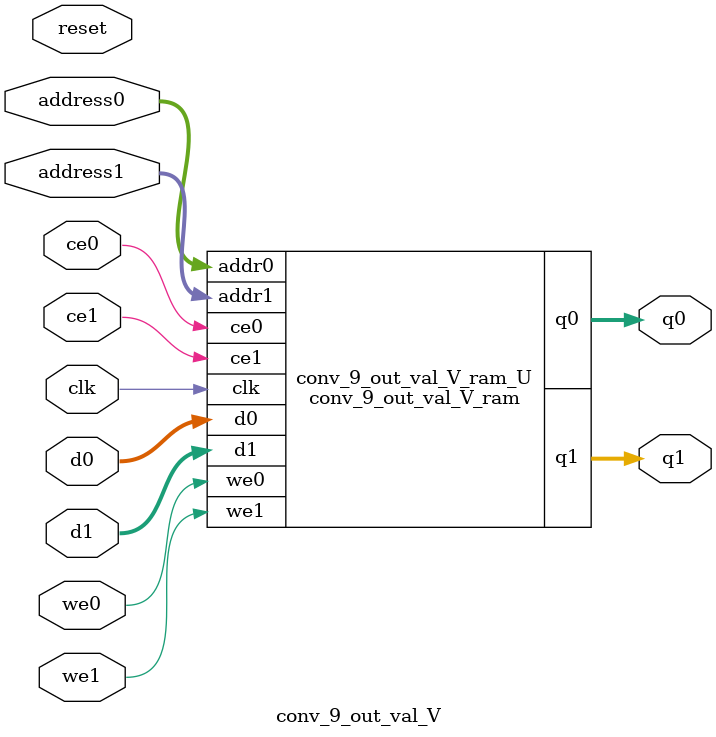
<source format=v>

`timescale 1 ns / 1 ps
module conv_9_out_val_V_ram (addr0, ce0, d0, we0, q0, addr1, ce1, d1, we1, q1,  clk);

parameter DWIDTH = 16;
parameter AWIDTH = 4;
parameter MEM_SIZE = 16;

input[AWIDTH-1:0] addr0;
input ce0;
input[DWIDTH-1:0] d0;
input we0;
output reg[DWIDTH-1:0] q0;
input[AWIDTH-1:0] addr1;
input ce1;
input[DWIDTH-1:0] d1;
input we1;
output reg[DWIDTH-1:0] q1;
input clk;

(* ram_style = "block" *)reg [DWIDTH-1:0] ram[0:MEM_SIZE-1];




always @(posedge clk)  
begin 
    if (ce0) 
    begin
        if (we0) 
        begin 
            ram[addr0] <= d0; 
            q0 <= d0;
        end 
        else 
            q0 <= ram[addr0];
    end
end


always @(posedge clk)  
begin 
    if (ce1) 
    begin
        if (we1) 
        begin 
            ram[addr1] <= d1; 
            q1 <= d1;
        end 
        else 
            q1 <= ram[addr1];
    end
end


endmodule


`timescale 1 ns / 1 ps
module conv_9_out_val_V(
    reset,
    clk,
    address0,
    ce0,
    we0,
    d0,
    q0,
    address1,
    ce1,
    we1,
    d1,
    q1);

parameter DataWidth = 32'd16;
parameter AddressRange = 32'd16;
parameter AddressWidth = 32'd4;
input reset;
input clk;
input[AddressWidth - 1:0] address0;
input ce0;
input we0;
input[DataWidth - 1:0] d0;
output[DataWidth - 1:0] q0;
input[AddressWidth - 1:0] address1;
input ce1;
input we1;
input[DataWidth - 1:0] d1;
output[DataWidth - 1:0] q1;



conv_9_out_val_V_ram conv_9_out_val_V_ram_U(
    .clk( clk ),
    .addr0( address0 ),
    .ce0( ce0 ),
    .d0( d0 ),
    .we0( we0 ),
    .q0( q0 ),
    .addr1( address1 ),
    .ce1( ce1 ),
    .d1( d1 ),
    .we1( we1 ),
    .q1( q1 ));

endmodule


</source>
